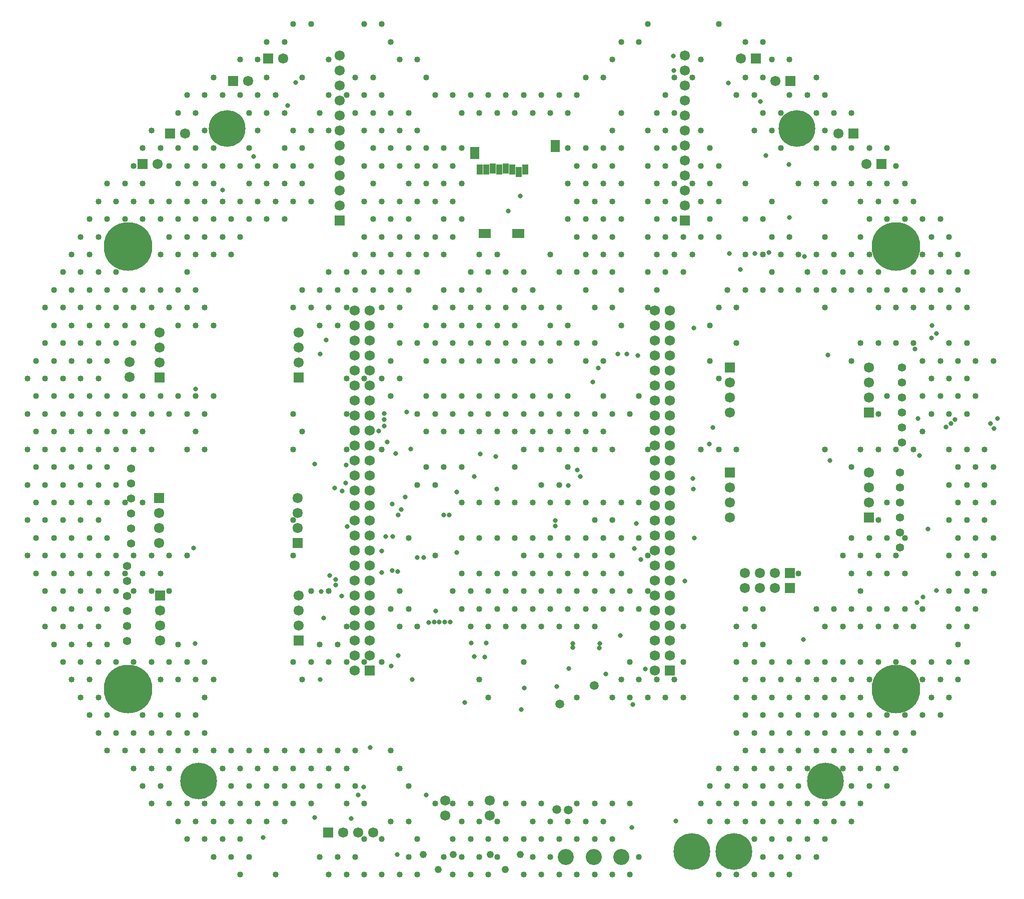
<source format=gbs>
G04*
G04 #@! TF.GenerationSoftware,Altium Limited,Altium Designer,20.1.11 (218)*
G04*
G04 Layer_Color=16711935*
%FSLAX25Y25*%
%MOIN*%
G70*
G04*
G04 #@! TF.SameCoordinates,DC62774E-AE12-477B-97F5-19A81F94617E*
G04*
G04*
G04 #@! TF.FilePolarity,Negative*
G04*
G01*
G75*
%ADD65C,0.06866*%
%ADD66R,0.06866X0.06866*%
%ADD67C,0.04803*%
%ADD68C,0.06772*%
%ADD69R,0.06772X0.06772*%
%ADD70R,0.06772X0.06772*%
%ADD71C,0.10709*%
%ADD72C,0.24488*%
%ADD73C,0.05591*%
%ADD74C,0.32362*%
%ADD75C,0.04016*%
%ADD76C,0.03228*%
%ADD77C,0.05866*%
%ADD98R,0.04016X0.06772*%
%ADD99R,0.06378X0.08346*%
%ADD100R,0.07953X0.06378*%
D65*
X95323Y104697D02*
D03*
X105323D02*
D03*
X95323Y94697D02*
D03*
X105323D02*
D03*
X95323Y84697D02*
D03*
X105323D02*
D03*
X95323Y74697D02*
D03*
X105323D02*
D03*
X95323Y64697D02*
D03*
X105323D02*
D03*
X95323Y54697D02*
D03*
X105323D02*
D03*
X95323Y44697D02*
D03*
X105323D02*
D03*
X95323Y34697D02*
D03*
X105323D02*
D03*
X95323Y24697D02*
D03*
X105323D02*
D03*
X95323Y14697D02*
D03*
X105323D02*
D03*
X95323Y4697D02*
D03*
X105323D02*
D03*
X95323Y-5303D02*
D03*
X105323D02*
D03*
X95323Y-15303D02*
D03*
X105323D02*
D03*
X95323Y-25303D02*
D03*
X105323D02*
D03*
X95323Y-35303D02*
D03*
X105323D02*
D03*
X95323Y-45303D02*
D03*
X105323D02*
D03*
X95323Y-55303D02*
D03*
X105323D02*
D03*
X95323Y-65303D02*
D03*
X105323D02*
D03*
X95323Y-75303D02*
D03*
X105323D02*
D03*
X95323Y-85303D02*
D03*
X105323D02*
D03*
X95323Y-95303D02*
D03*
X105323D02*
D03*
X95323Y-105303D02*
D03*
X105323D02*
D03*
X95323Y-115303D02*
D03*
X105323D02*
D03*
X95323Y-125303D02*
D03*
X105323D02*
D03*
X95323Y-135303D02*
D03*
X-104677Y104697D02*
D03*
X-94677D02*
D03*
X-104677Y94697D02*
D03*
X-94677D02*
D03*
X-104677Y84697D02*
D03*
X-94677D02*
D03*
X-104677Y74697D02*
D03*
X-94677D02*
D03*
X-104677Y64697D02*
D03*
X-94677D02*
D03*
X-104677Y54697D02*
D03*
X-94677D02*
D03*
X-104677Y44697D02*
D03*
X-94677D02*
D03*
X-104677Y34697D02*
D03*
X-94677D02*
D03*
X-104677Y24697D02*
D03*
X-94677D02*
D03*
X-104677Y14697D02*
D03*
X-94677D02*
D03*
X-104677Y4697D02*
D03*
X-94677D02*
D03*
X-104677Y-5303D02*
D03*
X-94677D02*
D03*
X-104677Y-15303D02*
D03*
X-94677D02*
D03*
X-104677Y-25303D02*
D03*
X-94677D02*
D03*
X-104677Y-35303D02*
D03*
X-94677D02*
D03*
X-104677Y-45303D02*
D03*
X-94677D02*
D03*
X-104677Y-55303D02*
D03*
X-94677D02*
D03*
X-104677Y-65303D02*
D03*
X-94677D02*
D03*
X-104677Y-75303D02*
D03*
X-94677D02*
D03*
X-104677Y-85303D02*
D03*
X-94677D02*
D03*
X-104677Y-95303D02*
D03*
X-94677D02*
D03*
X-104677Y-105303D02*
D03*
X-94677D02*
D03*
X-104677Y-115303D02*
D03*
X-94677D02*
D03*
X-104677Y-125303D02*
D03*
X-94677D02*
D03*
X-104677Y-135303D02*
D03*
D66*
X105323D02*
D03*
X-94677D02*
D03*
D67*
X-14429Y-257913D02*
D03*
X5571D02*
D03*
X-4429Y-267913D02*
D03*
X-59016Y-257913D02*
D03*
X-39016D02*
D03*
X-49016Y-267913D02*
D03*
D68*
X-92559Y-243307D02*
D03*
X-102559D02*
D03*
X-112559D02*
D03*
X-152480Y272764D02*
D03*
X217711Y222711D02*
D03*
X115323Y174697D02*
D03*
Y184697D02*
D03*
Y194697D02*
D03*
Y204697D02*
D03*
Y214697D02*
D03*
Y224697D02*
D03*
Y234697D02*
D03*
Y244697D02*
D03*
Y254697D02*
D03*
Y264697D02*
D03*
Y274697D02*
D03*
X155323Y-80303D02*
D03*
X165323D02*
D03*
X175323D02*
D03*
Y-70303D02*
D03*
X165323D02*
D03*
X155323D02*
D03*
X-234646Y90335D02*
D03*
Y80335D02*
D03*
Y70335D02*
D03*
X145323Y-13303D02*
D03*
Y-23303D02*
D03*
Y-33303D02*
D03*
X-44390Y-221772D02*
D03*
Y-231772D02*
D03*
X-114677Y174697D02*
D03*
Y184697D02*
D03*
Y194697D02*
D03*
Y204697D02*
D03*
Y214697D02*
D03*
Y224697D02*
D03*
Y234697D02*
D03*
Y244697D02*
D03*
Y254697D02*
D03*
Y264697D02*
D03*
Y274697D02*
D03*
X237823Y-23303D02*
D03*
Y-13303D02*
D03*
Y-3303D02*
D03*
X-235169Y-50047D02*
D03*
Y-40047D02*
D03*
Y-30047D02*
D03*
X-142669Y-20047D02*
D03*
Y-30047D02*
D03*
Y-40047D02*
D03*
X237823Y46697D02*
D03*
Y56697D02*
D03*
Y66697D02*
D03*
X145323Y56697D02*
D03*
Y46697D02*
D03*
Y36697D02*
D03*
X-234480Y-115224D02*
D03*
Y-105224D02*
D03*
Y-95224D02*
D03*
X-141980Y-85224D02*
D03*
Y-95224D02*
D03*
Y-105224D02*
D03*
X-254725Y70379D02*
D03*
Y60379D02*
D03*
X-14665Y-221772D02*
D03*
Y-231772D02*
D03*
X-142146Y90335D02*
D03*
Y80335D02*
D03*
Y70335D02*
D03*
X175654Y258001D02*
D03*
X-175654Y258001D02*
D03*
X152480Y272764D02*
D03*
X-217711Y222711D02*
D03*
X236274Y202453D02*
D03*
X-236274Y202453D02*
D03*
D69*
X-122559Y-243307D02*
D03*
X-162480Y272764D02*
D03*
X227711Y222711D02*
D03*
X185323Y-80303D02*
D03*
Y-70303D02*
D03*
X185654Y258001D02*
D03*
X-185654Y258001D02*
D03*
X162480Y272764D02*
D03*
X-227711Y222711D02*
D03*
X246274Y202453D02*
D03*
X-246274Y202453D02*
D03*
D70*
X115323Y164697D02*
D03*
X-234646Y60335D02*
D03*
X145323Y-3303D02*
D03*
X-114677Y164697D02*
D03*
X237823Y-33303D02*
D03*
X-235169Y-20047D02*
D03*
X-142669Y-50047D02*
D03*
X237823Y36697D02*
D03*
X145323Y66697D02*
D03*
X-234480Y-85224D02*
D03*
X-141980Y-115224D02*
D03*
X-142146Y60335D02*
D03*
D71*
X36024Y-259547D02*
D03*
X54528D02*
D03*
X73032D02*
D03*
D72*
X147953Y-255807D02*
D03*
X119764Y-255807D02*
D03*
X-189799Y226194D02*
D03*
X189799D02*
D03*
X208791Y-208791D02*
D03*
X-208791D02*
D03*
D73*
X-256299Y-115630D02*
D03*
Y-105630D02*
D03*
Y-95630D02*
D03*
Y-85630D02*
D03*
Y-75630D02*
D03*
Y-65630D02*
D03*
X259744Y16809D02*
D03*
Y26809D02*
D03*
Y36809D02*
D03*
Y46809D02*
D03*
Y56809D02*
D03*
Y66809D02*
D03*
X258563Y-53014D02*
D03*
Y-43014D02*
D03*
Y-33014D02*
D03*
Y-23014D02*
D03*
Y-13014D02*
D03*
Y-3014D02*
D03*
X-253839Y-50413D02*
D03*
Y-40413D02*
D03*
Y-30413D02*
D03*
Y-20413D02*
D03*
Y-10413D02*
D03*
Y-413D02*
D03*
D74*
X255716Y147638D02*
D03*
Y-147638D02*
D03*
X-255716Y-147638D02*
D03*
Y147638D02*
D03*
D75*
X291357Y12268D02*
D03*
Y-11355D02*
D03*
Y-34977D02*
D03*
Y-82221D02*
D03*
Y-58599D02*
D03*
Y-105843D02*
D03*
X308849Y71323D02*
D03*
X320838D02*
D03*
X314933Y12268D02*
D03*
X320838Y457D02*
D03*
X314933Y-11355D02*
D03*
X320838Y-23166D02*
D03*
X314933Y-34977D02*
D03*
X320838Y-46788D02*
D03*
X314933Y-58599D02*
D03*
X320838Y-70410D02*
D03*
X314933Y-82221D02*
D03*
X303122Y130378D02*
D03*
Y106756D02*
D03*
Y83134D02*
D03*
Y59512D02*
D03*
X309027Y47701D02*
D03*
X303122Y35890D02*
D03*
Y12268D02*
D03*
X309027Y457D02*
D03*
X303122Y-11355D02*
D03*
X309027Y-23166D02*
D03*
X303122Y-34977D02*
D03*
X309027Y-46788D02*
D03*
X303122Y-58599D02*
D03*
X309027Y-70410D02*
D03*
X303122Y-82221D02*
D03*
X309027Y-94032D02*
D03*
X303122Y-105843D02*
D03*
Y-129465D02*
D03*
X291311Y154000D02*
D03*
X297216Y142189D02*
D03*
X291311Y130378D02*
D03*
X297216Y118567D02*
D03*
X291311Y106756D02*
D03*
Y83134D02*
D03*
X297216Y71323D02*
D03*
X291311Y59512D02*
D03*
X297216Y47701D02*
D03*
X291311Y35890D02*
D03*
X297216Y457D02*
D03*
Y-23166D02*
D03*
Y-46788D02*
D03*
Y-70410D02*
D03*
Y-94032D02*
D03*
Y-117654D02*
D03*
X291311Y-129465D02*
D03*
X297216Y-141276D02*
D03*
X291311Y-153087D02*
D03*
X285405Y165811D02*
D03*
X279500Y154000D02*
D03*
X285405Y142189D02*
D03*
X279500Y130378D02*
D03*
X285405Y118567D02*
D03*
X279500Y106756D02*
D03*
X285405Y71323D02*
D03*
X279500Y59512D02*
D03*
X285405Y47701D02*
D03*
X279500Y35890D02*
D03*
Y-129465D02*
D03*
X285405Y-141276D02*
D03*
X279500Y-153087D02*
D03*
X285405Y-164898D02*
D03*
X267689Y177622D02*
D03*
X273594Y165811D02*
D03*
Y142189D02*
D03*
X267689Y130378D02*
D03*
X273594Y118567D02*
D03*
X267689Y106756D02*
D03*
Y83134D02*
D03*
X273594Y71323D02*
D03*
Y47701D02*
D03*
Y24079D02*
D03*
X267689Y12268D02*
D03*
X273594Y-94032D02*
D03*
X267689Y-105843D02*
D03*
Y-129465D02*
D03*
X273594Y-141276D02*
D03*
Y-164898D02*
D03*
X267689Y-176709D02*
D03*
X255878Y201244D02*
D03*
X261783Y189433D02*
D03*
X255878Y177622D02*
D03*
X261783Y165811D02*
D03*
Y118567D02*
D03*
X255878Y106756D02*
D03*
Y83134D02*
D03*
Y12268D02*
D03*
X261783Y-46788D02*
D03*
X255878Y-58599D02*
D03*
X261783Y-70410D02*
D03*
Y-94032D02*
D03*
X255878Y-105843D02*
D03*
Y-129465D02*
D03*
X261783Y-164898D02*
D03*
X255878Y-176709D02*
D03*
X261783Y-188520D02*
D03*
X255878Y-200331D02*
D03*
X249972Y213055D02*
D03*
Y189433D02*
D03*
X244067Y177622D02*
D03*
X249972Y165811D02*
D03*
X244067Y130378D02*
D03*
X249972Y118567D02*
D03*
X244067Y106756D02*
D03*
Y83134D02*
D03*
X249972Y47701D02*
D03*
X244067Y35890D02*
D03*
Y12268D02*
D03*
X249972Y-23166D02*
D03*
X244067Y-34977D02*
D03*
X249972Y-46788D02*
D03*
X244067Y-58599D02*
D03*
X249972Y-70410D02*
D03*
Y-94032D02*
D03*
X244067Y-105843D02*
D03*
Y-129465D02*
D03*
X249972Y-164898D02*
D03*
X244067Y-176709D02*
D03*
X249972Y-188520D02*
D03*
X244067Y-200331D02*
D03*
X249972Y-212142D02*
D03*
X238161Y213055D02*
D03*
Y189433D02*
D03*
X232256Y177622D02*
D03*
X238161Y165811D02*
D03*
X232256Y154000D02*
D03*
X238161Y142189D02*
D03*
X232256Y130378D02*
D03*
X238161Y118567D02*
D03*
X232256Y83134D02*
D03*
Y12268D02*
D03*
X238161Y-46788D02*
D03*
X232256Y-58599D02*
D03*
X238161Y-70410D02*
D03*
X232256Y-82221D02*
D03*
X238161Y-94032D02*
D03*
X232256Y-105843D02*
D03*
Y-129465D02*
D03*
X238161Y-141276D02*
D03*
X232256Y-153087D02*
D03*
X238161Y-164898D02*
D03*
X232256Y-176709D02*
D03*
X238161Y-188520D02*
D03*
X232256Y-200331D02*
D03*
X238161Y-212142D02*
D03*
X232256Y-223953D02*
D03*
X226350Y236677D02*
D03*
Y213055D02*
D03*
Y189433D02*
D03*
Y142189D02*
D03*
X220445Y130378D02*
D03*
X226350Y118567D02*
D03*
Y71323D02*
D03*
Y457D02*
D03*
Y-46788D02*
D03*
X220445Y-58599D02*
D03*
X226350Y-70410D02*
D03*
Y-94032D02*
D03*
X220445Y-105843D02*
D03*
Y-129465D02*
D03*
X226350Y-141276D02*
D03*
X220445Y-153087D02*
D03*
X226350Y-164898D02*
D03*
X220445Y-176709D02*
D03*
X226350Y-188520D02*
D03*
X220445Y-200331D02*
D03*
X226350Y-212142D02*
D03*
X220445Y-223953D02*
D03*
X226350Y-235764D02*
D03*
X208634Y248488D02*
D03*
X214539Y236677D02*
D03*
X208634Y224866D02*
D03*
X214539Y213055D02*
D03*
Y189433D02*
D03*
X208634Y177622D02*
D03*
Y154000D02*
D03*
X214539Y142189D02*
D03*
X208634Y130378D02*
D03*
X214539Y118567D02*
D03*
X208634Y106756D02*
D03*
Y12268D02*
D03*
X214539Y-94032D02*
D03*
X208634Y-105843D02*
D03*
Y-129465D02*
D03*
X214539Y-141276D02*
D03*
X208634Y-153087D02*
D03*
X214539Y-164898D02*
D03*
X208634Y-176709D02*
D03*
X214539Y-188520D02*
D03*
X208634Y-223953D02*
D03*
X214539Y-235764D02*
D03*
X208634Y-247575D02*
D03*
X202728Y260299D02*
D03*
X196823Y248488D02*
D03*
X202728Y236677D02*
D03*
Y213055D02*
D03*
Y189433D02*
D03*
Y142189D02*
D03*
X196823Y130378D02*
D03*
X202728Y118567D02*
D03*
Y-94032D02*
D03*
X196823Y-129465D02*
D03*
X202728Y-141276D02*
D03*
X196823Y-153087D02*
D03*
X202728Y-164898D02*
D03*
X196823Y-176709D02*
D03*
X202728Y-188520D02*
D03*
X196823Y-200331D02*
D03*
Y-223953D02*
D03*
X202728Y-235764D02*
D03*
X196823Y-247575D02*
D03*
X202728Y-259386D02*
D03*
X185012Y272110D02*
D03*
Y248488D02*
D03*
X190917Y189433D02*
D03*
X185012Y154000D02*
D03*
X190917Y142189D02*
D03*
Y118567D02*
D03*
Y-70410D02*
D03*
X185012Y-129465D02*
D03*
X190917Y-141276D02*
D03*
X185012Y-153087D02*
D03*
X190917Y-164898D02*
D03*
X185012Y-176709D02*
D03*
X190917Y-188520D02*
D03*
X185012Y-200331D02*
D03*
X190917Y-212142D02*
D03*
X185012Y-223953D02*
D03*
X190917Y-235764D02*
D03*
X185012Y-247575D02*
D03*
X190917Y-259386D02*
D03*
X185012Y-271197D02*
D03*
X173201Y272110D02*
D03*
X179106Y236677D02*
D03*
X173201Y224866D02*
D03*
X179106Y213055D02*
D03*
X173201Y177622D02*
D03*
Y154000D02*
D03*
X179106Y142189D02*
D03*
X173201Y130378D02*
D03*
X179106Y118567D02*
D03*
X173201Y-129465D02*
D03*
X179106Y-141276D02*
D03*
X173201Y-153087D02*
D03*
X179106Y-164898D02*
D03*
X173201Y-176709D02*
D03*
X179106Y-188520D02*
D03*
X173201Y-200331D02*
D03*
X179106Y-212142D02*
D03*
X173201Y-223953D02*
D03*
X179106Y-235764D02*
D03*
X173201Y-247575D02*
D03*
X179106Y-259386D02*
D03*
X173201Y-271197D02*
D03*
X167295Y283921D02*
D03*
Y260299D02*
D03*
X161390Y248488D02*
D03*
X167295Y236677D02*
D03*
X161390Y224866D02*
D03*
X167295Y165811D02*
D03*
Y142189D02*
D03*
Y118567D02*
D03*
Y-94032D02*
D03*
X161390Y-105843D02*
D03*
X167295Y-117654D02*
D03*
X161390Y-129465D02*
D03*
X167295Y-141276D02*
D03*
X161390Y-153087D02*
D03*
X167295Y-164898D02*
D03*
X161390Y-176709D02*
D03*
X167295Y-188520D02*
D03*
X161390Y-200331D02*
D03*
X167295Y-212142D02*
D03*
X161390Y-223953D02*
D03*
X167295Y-235764D02*
D03*
X161390Y-247575D02*
D03*
X167295Y-259386D02*
D03*
X161390Y-271197D02*
D03*
X155484Y283921D02*
D03*
Y260299D02*
D03*
X149578Y248488D02*
D03*
X155484Y189433D02*
D03*
Y165811D02*
D03*
Y142189D02*
D03*
Y118567D02*
D03*
X149578Y106756D02*
D03*
Y83134D02*
D03*
Y12268D02*
D03*
X155484Y-94032D02*
D03*
X149578Y-105843D02*
D03*
X155484Y-117654D02*
D03*
X149578Y-129465D02*
D03*
X155484Y-141276D02*
D03*
X149578Y-153087D02*
D03*
X155484Y-164898D02*
D03*
X149578Y-176709D02*
D03*
X155484Y-188520D02*
D03*
X149578Y-200331D02*
D03*
X155484Y-212142D02*
D03*
X149578Y-223953D02*
D03*
X155484Y-235764D02*
D03*
X149578Y-271197D02*
D03*
X137768Y295732D02*
D03*
Y201244D02*
D03*
Y177622D02*
D03*
Y154000D02*
D03*
X143673Y118567D02*
D03*
X137768Y106756D02*
D03*
Y59512D02*
D03*
Y12268D02*
D03*
Y-200331D02*
D03*
X143673Y-212142D02*
D03*
X137768Y-223953D02*
D03*
X143673Y-235764D02*
D03*
X137768Y-271197D02*
D03*
X125956Y272110D02*
D03*
Y224866D02*
D03*
X131862Y213055D02*
D03*
X125956Y201244D02*
D03*
X131862Y189433D02*
D03*
X125956Y177622D02*
D03*
X131862Y165811D02*
D03*
X125956Y154000D02*
D03*
X131862Y94945D02*
D03*
Y71323D02*
D03*
X125956Y12268D02*
D03*
X131862Y-212142D02*
D03*
X125956Y-223953D02*
D03*
X131862Y-235764D02*
D03*
X120051Y260299D02*
D03*
Y189433D02*
D03*
X114145Y154000D02*
D03*
X120051Y142189D02*
D03*
X114145Y130378D02*
D03*
Y-105843D02*
D03*
Y-129465D02*
D03*
Y-153087D02*
D03*
X108240Y260299D02*
D03*
X102334Y248488D02*
D03*
X108240Y236677D02*
D03*
X102334Y224866D02*
D03*
X108240Y213055D02*
D03*
X102334Y201244D02*
D03*
X108240Y189433D02*
D03*
X102334Y177622D02*
D03*
X108240Y165811D02*
D03*
X102334Y154000D02*
D03*
X108240Y142189D02*
D03*
X102334Y130378D02*
D03*
X108240Y-141276D02*
D03*
X102334Y-153087D02*
D03*
X90523Y295732D02*
D03*
X96429Y236677D02*
D03*
X90523Y224866D02*
D03*
X96429Y213055D02*
D03*
X90523Y201244D02*
D03*
X96429Y189433D02*
D03*
X90523Y177622D02*
D03*
X96429Y165811D02*
D03*
X90523Y154000D02*
D03*
X96429Y142189D02*
D03*
X90523Y130378D02*
D03*
X96429Y118567D02*
D03*
X90523Y106756D02*
D03*
Y12268D02*
D03*
Y-58599D02*
D03*
Y-82221D02*
D03*
X96429Y-141276D02*
D03*
X90523Y-153087D02*
D03*
X84618Y283921D02*
D03*
Y47701D02*
D03*
X78712Y35890D02*
D03*
X84618Y-23166D02*
D03*
Y-46788D02*
D03*
X78712Y-82221D02*
D03*
X84618Y-94032D02*
D03*
X78712Y-129465D02*
D03*
X84618Y-141276D02*
D03*
X78712Y-153087D02*
D03*
Y-223953D02*
D03*
X84618Y-259386D02*
D03*
X78712Y-271197D02*
D03*
X72807Y283921D02*
D03*
X66901Y272110D02*
D03*
X72807Y236677D02*
D03*
X66901Y224866D02*
D03*
X72807Y213055D02*
D03*
X66901Y201244D02*
D03*
X72807Y189433D02*
D03*
X66901Y177622D02*
D03*
X72807Y165811D02*
D03*
X66901Y154000D02*
D03*
X72807Y142189D02*
D03*
X66901Y130378D02*
D03*
X72807Y118567D02*
D03*
X66901Y106756D02*
D03*
X72807Y94945D02*
D03*
X66901Y35890D02*
D03*
Y12268D02*
D03*
X72807Y-23166D02*
D03*
X66901Y-34977D02*
D03*
X72807Y-46788D02*
D03*
X66901Y-58599D02*
D03*
X72807Y-70410D02*
D03*
X66901Y-82221D02*
D03*
X72807Y-94032D02*
D03*
Y-141276D02*
D03*
X66901Y-153087D02*
D03*
Y-223953D02*
D03*
Y-247575D02*
D03*
Y-271197D02*
D03*
X60996Y260299D02*
D03*
Y213055D02*
D03*
X55090Y201244D02*
D03*
X60996Y189433D02*
D03*
X55090Y177622D02*
D03*
X60996Y165811D02*
D03*
X55090Y154000D02*
D03*
X60996Y142189D02*
D03*
X55090Y130378D02*
D03*
Y106756D02*
D03*
Y83134D02*
D03*
X60996Y71323D02*
D03*
Y47701D02*
D03*
X55090Y35890D02*
D03*
X60996Y24079D02*
D03*
X55090Y12268D02*
D03*
X60996Y-23166D02*
D03*
X55090Y-34977D02*
D03*
X60996Y-46788D02*
D03*
X55090Y-58599D02*
D03*
X60996Y-70410D02*
D03*
X55090Y-82221D02*
D03*
X60996Y-94032D02*
D03*
X55090Y-105843D02*
D03*
Y-223953D02*
D03*
X60996Y-235764D02*
D03*
X55090Y-247575D02*
D03*
Y-271197D02*
D03*
X49185Y260299D02*
D03*
X43279Y248488D02*
D03*
X49185Y213055D02*
D03*
X43279Y201244D02*
D03*
X49185Y189433D02*
D03*
X43279Y177622D02*
D03*
X49185Y165811D02*
D03*
X43279Y154000D02*
D03*
X49185Y142189D02*
D03*
X43279Y130378D02*
D03*
X49185Y118567D02*
D03*
X43279Y83134D02*
D03*
X49185Y71323D02*
D03*
X43279Y35890D02*
D03*
X49185Y24079D02*
D03*
X43279Y12268D02*
D03*
X49185Y-23166D02*
D03*
Y-46788D02*
D03*
X43279Y-58599D02*
D03*
X49185Y-70410D02*
D03*
X43279Y-82221D02*
D03*
X49185Y-94032D02*
D03*
X43279Y-105843D02*
D03*
Y-153087D02*
D03*
Y-223953D02*
D03*
X49185Y-235764D02*
D03*
X43279Y-247575D02*
D03*
Y-271197D02*
D03*
X31468Y248488D02*
D03*
X37374Y236677D02*
D03*
Y213055D02*
D03*
Y189433D02*
D03*
Y165811D02*
D03*
X31468Y130378D02*
D03*
Y106756D02*
D03*
X37374Y94945D02*
D03*
X31468Y83134D02*
D03*
X37374Y47701D02*
D03*
X31468Y35890D02*
D03*
X37374Y24079D02*
D03*
X31468Y12268D02*
D03*
X37374Y457D02*
D03*
X31468Y-11355D02*
D03*
X37374Y-23166D02*
D03*
Y-46788D02*
D03*
X31468Y-58599D02*
D03*
X37374Y-70410D02*
D03*
X31468Y-82221D02*
D03*
X37374Y-94032D02*
D03*
X31468Y-105843D02*
D03*
X37374Y-235764D02*
D03*
X31468Y-247575D02*
D03*
Y-271197D02*
D03*
X19657Y248488D02*
D03*
X25563Y236677D02*
D03*
Y142189D02*
D03*
X19657Y106756D02*
D03*
X25563Y94945D02*
D03*
X19657Y83134D02*
D03*
X25563Y71323D02*
D03*
Y47701D02*
D03*
X19657Y35890D02*
D03*
X25563Y24079D02*
D03*
X19657Y12268D02*
D03*
Y-11355D02*
D03*
X25563Y-23166D02*
D03*
Y-46788D02*
D03*
X19657Y-58599D02*
D03*
X25563Y-70410D02*
D03*
X19657Y-82221D02*
D03*
X25563Y-94032D02*
D03*
X19657Y-105843D02*
D03*
Y-223953D02*
D03*
X25563Y-235764D02*
D03*
X19657Y-247575D02*
D03*
X25563Y-259386D02*
D03*
X19657Y-271197D02*
D03*
X7846Y248488D02*
D03*
X13752Y236677D02*
D03*
X7846Y130378D02*
D03*
X13752Y118567D02*
D03*
X7846Y106756D02*
D03*
Y83134D02*
D03*
X13752Y71323D02*
D03*
Y47701D02*
D03*
X7846Y35890D02*
D03*
X13752Y24079D02*
D03*
X7846Y12268D02*
D03*
X13752Y-23166D02*
D03*
Y-46788D02*
D03*
X7846Y-58599D02*
D03*
X13752Y-70410D02*
D03*
X7846Y-82221D02*
D03*
X13752Y-94032D02*
D03*
X7846Y-105843D02*
D03*
Y-129465D02*
D03*
Y-223953D02*
D03*
X13752Y-235764D02*
D03*
X7846Y-247575D02*
D03*
X13752Y-259386D02*
D03*
X7846Y-271197D02*
D03*
X-3965Y248488D02*
D03*
X1941Y236677D02*
D03*
X-3965Y130378D02*
D03*
X1941Y118567D02*
D03*
X-3965Y106756D02*
D03*
X1941Y94945D02*
D03*
X-3965Y83134D02*
D03*
X1941Y71323D02*
D03*
Y47701D02*
D03*
X-3965Y35890D02*
D03*
X1941Y24079D02*
D03*
Y457D02*
D03*
Y-23166D02*
D03*
Y-46788D02*
D03*
Y-70410D02*
D03*
X-3965Y-82221D02*
D03*
X1941Y-94032D02*
D03*
X-3965Y-105843D02*
D03*
Y-223953D02*
D03*
Y-247575D02*
D03*
X-15776Y248488D02*
D03*
X-9870Y236677D02*
D03*
Y142189D02*
D03*
X-15776Y130378D02*
D03*
Y106756D02*
D03*
X-9870Y94945D02*
D03*
X-15776Y83134D02*
D03*
X-9870Y71323D02*
D03*
Y47701D02*
D03*
X-15776Y35890D02*
D03*
X-9870Y24079D02*
D03*
Y-23166D02*
D03*
Y-46788D02*
D03*
Y-70410D02*
D03*
X-15776Y-82221D02*
D03*
X-9870Y-94032D02*
D03*
X-15776Y-105843D02*
D03*
Y-153087D02*
D03*
X-9870Y-235764D02*
D03*
X-15776Y-247575D02*
D03*
X-9870Y-259386D02*
D03*
X-15776Y-271197D02*
D03*
X-27587Y248488D02*
D03*
X-21681Y236677D02*
D03*
Y142189D02*
D03*
X-27587Y130378D02*
D03*
X-21681Y118567D02*
D03*
X-27587Y106756D02*
D03*
X-21681Y94945D02*
D03*
X-27587Y83134D02*
D03*
X-21681Y71323D02*
D03*
Y47701D02*
D03*
X-27587Y35890D02*
D03*
X-21681Y24079D02*
D03*
Y-23166D02*
D03*
Y-46788D02*
D03*
Y-70410D02*
D03*
X-27587Y-82221D02*
D03*
X-21681Y-94032D02*
D03*
X-27587Y-105843D02*
D03*
X-21681Y-141276D02*
D03*
X-27587Y-223953D02*
D03*
X-21681Y-235764D02*
D03*
X-27587Y-247575D02*
D03*
X-21681Y-259386D02*
D03*
X-27587Y-271197D02*
D03*
X-39398Y248488D02*
D03*
X-33492Y236677D02*
D03*
Y213055D02*
D03*
X-39398Y201244D02*
D03*
X-33492Y189433D02*
D03*
X-39398Y177622D02*
D03*
X-33492Y165811D02*
D03*
X-39398Y154000D02*
D03*
X-33492Y118567D02*
D03*
X-39398Y106756D02*
D03*
X-33492Y94945D02*
D03*
X-39398Y83134D02*
D03*
X-33492Y71323D02*
D03*
Y47701D02*
D03*
X-39398Y35890D02*
D03*
X-33492Y24079D02*
D03*
Y457D02*
D03*
Y-23166D02*
D03*
Y-46788D02*
D03*
Y-70410D02*
D03*
X-39398Y-82221D02*
D03*
X-33492Y-94032D02*
D03*
X-39398Y-223953D02*
D03*
X-33492Y-235764D02*
D03*
X-39398Y-247575D02*
D03*
X-33492Y-259386D02*
D03*
X-39398Y-271197D02*
D03*
X-51209Y248488D02*
D03*
X-45303Y213055D02*
D03*
X-51209Y201244D02*
D03*
X-45303Y189433D02*
D03*
X-51209Y177622D02*
D03*
X-45303Y165811D02*
D03*
X-51209Y154000D02*
D03*
X-45303Y142189D02*
D03*
Y118567D02*
D03*
X-51209Y106756D02*
D03*
X-45303Y94945D02*
D03*
X-51209Y83134D02*
D03*
X-45303Y71323D02*
D03*
Y47701D02*
D03*
X-51209Y35890D02*
D03*
X-45303Y24079D02*
D03*
Y457D02*
D03*
X-51209Y-11355D02*
D03*
Y-58599D02*
D03*
Y-223953D02*
D03*
X-45303Y-259386D02*
D03*
X-63020Y272110D02*
D03*
X-57114Y260299D02*
D03*
X-63020Y224866D02*
D03*
X-57114Y213055D02*
D03*
X-63020Y201244D02*
D03*
X-57114Y189433D02*
D03*
X-63020Y177622D02*
D03*
Y154000D02*
D03*
X-57114Y142189D02*
D03*
X-63020Y130378D02*
D03*
X-57114Y94945D02*
D03*
X-63020Y83134D02*
D03*
X-57114Y71323D02*
D03*
Y47701D02*
D03*
X-63020Y35890D02*
D03*
X-57114Y24079D02*
D03*
Y457D02*
D03*
X-63020Y-11355D02*
D03*
Y-105843D02*
D03*
Y-247575D02*
D03*
Y-271197D02*
D03*
X-74831Y272110D02*
D03*
X-68925Y236677D02*
D03*
X-74831Y224866D02*
D03*
X-68925Y213055D02*
D03*
X-74831Y201244D02*
D03*
X-68925Y189433D02*
D03*
X-74831Y177622D02*
D03*
X-68925Y165811D02*
D03*
X-74831Y154000D02*
D03*
X-68925Y142189D02*
D03*
X-74831Y130378D02*
D03*
X-68925Y118567D02*
D03*
X-74831Y106756D02*
D03*
Y83134D02*
D03*
Y59512D02*
D03*
X-68925Y-46788D02*
D03*
X-74831Y-82221D02*
D03*
X-68925Y-94032D02*
D03*
X-74831Y-105843D02*
D03*
Y-200331D02*
D03*
X-68925Y-212142D02*
D03*
Y-235764D02*
D03*
Y-259386D02*
D03*
X-74831Y-271197D02*
D03*
X-86642Y295732D02*
D03*
X-80736Y283921D02*
D03*
X-86642Y248488D02*
D03*
X-80736Y236677D02*
D03*
X-86642Y224866D02*
D03*
X-80736Y213055D02*
D03*
X-86642Y201244D02*
D03*
Y177622D02*
D03*
X-80736Y165811D02*
D03*
X-86642Y154000D02*
D03*
X-80736Y142189D02*
D03*
X-86642Y130378D02*
D03*
X-80736Y118567D02*
D03*
X-86642Y106756D02*
D03*
X-80736Y94945D02*
D03*
Y71323D02*
D03*
X-86642Y59512D02*
D03*
X-80736Y47701D02*
D03*
X-86642Y12268D02*
D03*
X-80736Y-94032D02*
D03*
X-86642Y-129465D02*
D03*
X-80736Y-188520D02*
D03*
Y-235764D02*
D03*
X-86642Y-247575D02*
D03*
Y-271197D02*
D03*
X-98453Y295732D02*
D03*
X-92547Y260299D02*
D03*
X-98453Y248488D02*
D03*
X-92547Y236677D02*
D03*
X-98453Y224866D02*
D03*
X-92547Y213055D02*
D03*
X-98453Y201244D02*
D03*
X-92547Y189433D02*
D03*
X-98453Y177622D02*
D03*
X-92547Y165811D02*
D03*
X-98453Y154000D02*
D03*
X-92547Y142189D02*
D03*
X-98453Y130378D02*
D03*
X-92547Y118567D02*
D03*
X-98453Y59512D02*
D03*
Y-129465D02*
D03*
Y-223953D02*
D03*
Y-247575D02*
D03*
Y-271197D02*
D03*
X-104358Y260299D02*
D03*
X-110264Y248488D02*
D03*
X-104358Y236677D02*
D03*
Y142189D02*
D03*
X-110264Y130378D02*
D03*
X-104358Y118567D02*
D03*
X-110264Y106756D02*
D03*
Y59512D02*
D03*
Y35890D02*
D03*
Y12268D02*
D03*
Y-105843D02*
D03*
Y-129465D02*
D03*
X-104358Y-188520D02*
D03*
X-110264Y-200331D02*
D03*
X-104358Y-212142D02*
D03*
X-110264Y-223953D02*
D03*
X-104358Y-259386D02*
D03*
X-110264Y-271197D02*
D03*
X-122075Y272110D02*
D03*
Y248488D02*
D03*
Y224866D02*
D03*
Y130378D02*
D03*
X-116170Y118567D02*
D03*
X-122075Y106756D02*
D03*
X-116170Y94945D02*
D03*
X-122075Y-82221D02*
D03*
X-116170Y-117654D02*
D03*
X-122075Y-129465D02*
D03*
X-116170Y-188520D02*
D03*
X-122075Y-200331D02*
D03*
X-116170Y-212142D02*
D03*
Y-259386D02*
D03*
X-122075Y-271197D02*
D03*
X-133886Y295732D02*
D03*
X-127980Y236677D02*
D03*
X-133886Y224866D02*
D03*
Y201244D02*
D03*
Y177622D02*
D03*
X-127980Y118567D02*
D03*
X-133886Y106756D02*
D03*
X-127980Y94945D02*
D03*
X-133886Y-82221D02*
D03*
X-127980Y-117654D02*
D03*
X-133886Y-129465D02*
D03*
X-127980Y-188520D02*
D03*
X-133886Y-200331D02*
D03*
X-127980Y-212142D02*
D03*
X-133886Y-223953D02*
D03*
X-127980Y-259386D02*
D03*
X-145697Y295732D02*
D03*
X-139792Y260299D02*
D03*
X-145697Y224866D02*
D03*
X-139792Y213055D02*
D03*
X-145697Y201244D02*
D03*
X-139792Y189433D02*
D03*
X-145697Y177622D02*
D03*
X-139792Y118567D02*
D03*
X-145697Y106756D02*
D03*
Y35890D02*
D03*
X-139792Y24079D02*
D03*
X-145697Y12268D02*
D03*
Y-34977D02*
D03*
Y-58599D02*
D03*
Y-129465D02*
D03*
X-139792Y-141276D02*
D03*
Y-188520D02*
D03*
X-145697Y-200331D02*
D03*
X-139792Y-212142D02*
D03*
X-145697Y-223953D02*
D03*
X-151602Y283921D02*
D03*
X-157508Y248488D02*
D03*
X-151602Y236677D02*
D03*
Y213055D02*
D03*
X-157508Y201244D02*
D03*
X-151602Y189433D02*
D03*
X-157508Y177622D02*
D03*
X-151602Y165811D02*
D03*
Y-188520D02*
D03*
X-157508Y-200331D02*
D03*
X-151602Y-212142D02*
D03*
X-157508Y-223953D02*
D03*
X-151602Y-235764D02*
D03*
X-157508Y-271197D02*
D03*
X-163414Y283921D02*
D03*
X-169319Y272110D02*
D03*
X-163414Y260299D02*
D03*
X-169319Y248488D02*
D03*
X-163414Y236677D02*
D03*
X-169319Y224866D02*
D03*
Y201244D02*
D03*
X-163414Y189433D02*
D03*
X-169319Y177622D02*
D03*
X-163414Y165811D02*
D03*
Y-188520D02*
D03*
X-169319Y-200331D02*
D03*
X-163414Y-212142D02*
D03*
X-169319Y-223953D02*
D03*
X-163414Y-235764D02*
D03*
X-181130Y272110D02*
D03*
Y248488D02*
D03*
X-175225Y236677D02*
D03*
Y213055D02*
D03*
X-181130Y201244D02*
D03*
X-175225Y189433D02*
D03*
X-181130Y177622D02*
D03*
X-175225Y165811D02*
D03*
X-181130Y154000D02*
D03*
X-175225Y-188520D02*
D03*
X-181130Y-200331D02*
D03*
X-175225Y-212142D02*
D03*
X-181130Y-223953D02*
D03*
X-175225Y-235764D02*
D03*
X-181130Y-247575D02*
D03*
X-175225Y-259386D02*
D03*
X-181130Y-271197D02*
D03*
X-192941Y248488D02*
D03*
Y201244D02*
D03*
Y177622D02*
D03*
X-187036Y165811D02*
D03*
X-192941Y154000D02*
D03*
X-187036Y142189D02*
D03*
Y-188520D02*
D03*
X-192941Y-200331D02*
D03*
X-187036Y-212142D02*
D03*
X-192941Y-223953D02*
D03*
X-187036Y-235764D02*
D03*
X-192941Y-247575D02*
D03*
X-187036Y-259386D02*
D03*
X-198847Y260299D02*
D03*
X-204752Y248488D02*
D03*
Y224866D02*
D03*
X-198847Y213055D02*
D03*
X-204752Y201244D02*
D03*
X-198847Y189433D02*
D03*
X-204752Y177622D02*
D03*
X-198847Y165811D02*
D03*
X-204752Y154000D02*
D03*
X-198847Y142189D02*
D03*
X-204752Y106756D02*
D03*
X-198847Y94945D02*
D03*
Y47701D02*
D03*
X-204752Y35890D02*
D03*
Y12268D02*
D03*
Y-129465D02*
D03*
X-198847Y-141276D02*
D03*
X-204752Y-153087D02*
D03*
Y-176709D02*
D03*
X-198847Y-188520D02*
D03*
X-204752Y-223953D02*
D03*
X-198847Y-235764D02*
D03*
X-204752Y-247575D02*
D03*
X-198847Y-259386D02*
D03*
X-216563Y248488D02*
D03*
X-210658Y236677D02*
D03*
Y213055D02*
D03*
X-216563Y201244D02*
D03*
X-210658Y189433D02*
D03*
X-216563Y177622D02*
D03*
X-210658Y165811D02*
D03*
X-216563Y154000D02*
D03*
X-210658Y142189D02*
D03*
X-216563Y130378D02*
D03*
X-210658Y118567D02*
D03*
X-216563Y106756D02*
D03*
X-210658Y94945D02*
D03*
Y47701D02*
D03*
X-216563Y35890D02*
D03*
X-210658Y24079D02*
D03*
X-216563Y12268D02*
D03*
Y-58599D02*
D03*
Y-129465D02*
D03*
X-210658Y-141276D02*
D03*
Y-164898D02*
D03*
X-216563Y-176709D02*
D03*
X-210658Y-188520D02*
D03*
X-216563Y-223953D02*
D03*
X-210658Y-235764D02*
D03*
X-216563Y-247575D02*
D03*
X-222469Y236677D02*
D03*
Y213055D02*
D03*
X-228374Y201244D02*
D03*
X-222469Y189433D02*
D03*
X-228374Y177622D02*
D03*
X-222469Y165811D02*
D03*
X-228374Y154000D02*
D03*
X-222469Y142189D02*
D03*
Y118567D02*
D03*
X-228374Y106756D02*
D03*
X-222469Y94945D02*
D03*
Y47701D02*
D03*
X-228374Y35890D02*
D03*
Y-58599D02*
D03*
Y-82221D02*
D03*
X-222469Y-117654D02*
D03*
X-228374Y-129465D02*
D03*
X-222469Y-141276D02*
D03*
Y-164898D02*
D03*
X-228374Y-176709D02*
D03*
X-222469Y-188520D02*
D03*
X-228374Y-200331D02*
D03*
Y-223953D02*
D03*
X-222469Y-235764D02*
D03*
X-240185Y224866D02*
D03*
X-234280Y213055D02*
D03*
X-240185Y177622D02*
D03*
X-234280Y165811D02*
D03*
Y142189D02*
D03*
Y118567D02*
D03*
X-240185Y106756D02*
D03*
X-234280Y47701D02*
D03*
X-240185Y35890D02*
D03*
Y12268D02*
D03*
Y-58599D02*
D03*
X-234280Y-70410D02*
D03*
X-240185Y-82221D02*
D03*
Y-129465D02*
D03*
X-234280Y-141276D02*
D03*
Y-164898D02*
D03*
X-240185Y-176709D02*
D03*
X-234280Y-188520D02*
D03*
X-240185Y-200331D02*
D03*
X-234280Y-212142D02*
D03*
X-240185Y-223953D02*
D03*
X-246091Y213055D02*
D03*
X-251996Y201244D02*
D03*
X-246091Y189433D02*
D03*
X-251996Y177622D02*
D03*
X-246091Y165811D02*
D03*
Y118567D02*
D03*
X-251996Y106756D02*
D03*
X-246091Y94945D02*
D03*
X-251996Y83134D02*
D03*
X-246091Y47701D02*
D03*
X-251996Y35890D02*
D03*
X-246091Y24079D02*
D03*
X-251996Y12268D02*
D03*
X-246091Y-23166D02*
D03*
X-251996Y-58599D02*
D03*
X-246091Y-70410D02*
D03*
X-251996Y-82221D02*
D03*
Y-129465D02*
D03*
X-246091Y-164898D02*
D03*
X-251996Y-176709D02*
D03*
X-246091Y-188520D02*
D03*
X-251996Y-200331D02*
D03*
X-246091Y-212142D02*
D03*
X-257902Y189433D02*
D03*
X-263807Y177622D02*
D03*
X-257902Y165811D02*
D03*
X-263807Y130378D02*
D03*
X-257902Y118567D02*
D03*
X-263807Y106756D02*
D03*
X-257902Y94945D02*
D03*
X-263807Y83134D02*
D03*
X-257902Y47701D02*
D03*
X-263807Y35890D02*
D03*
X-257902Y24079D02*
D03*
X-263807Y12268D02*
D03*
Y-11355D02*
D03*
X-257902Y-23166D02*
D03*
X-263807Y-58599D02*
D03*
X-257902Y-70410D02*
D03*
X-263807Y-82221D02*
D03*
Y-129465D02*
D03*
Y-176709D02*
D03*
X-257902Y-188520D02*
D03*
X-269713Y189433D02*
D03*
X-275618Y177622D02*
D03*
X-269713Y165811D02*
D03*
X-275618Y154000D02*
D03*
Y130378D02*
D03*
X-269713Y118567D02*
D03*
X-275618Y106756D02*
D03*
X-269713Y94945D02*
D03*
X-275618Y83134D02*
D03*
X-269713Y71323D02*
D03*
X-275618Y59512D02*
D03*
X-269713Y47701D02*
D03*
X-275618Y35890D02*
D03*
X-269713Y24079D02*
D03*
X-275618Y12268D02*
D03*
X-269713Y457D02*
D03*
X-275618Y-11355D02*
D03*
X-269713Y-23166D02*
D03*
X-275618Y-34977D02*
D03*
X-269713Y-46788D02*
D03*
X-275618Y-58599D02*
D03*
X-269713Y-70410D02*
D03*
X-275618Y-82221D02*
D03*
X-269713Y-94032D02*
D03*
X-275618Y-105843D02*
D03*
X-269713Y-117654D02*
D03*
X-275618Y-129465D02*
D03*
Y-153087D02*
D03*
X-269713Y-164898D02*
D03*
X-275618Y-176709D02*
D03*
X-269713Y-188520D02*
D03*
X-281524Y165811D02*
D03*
X-287429Y154000D02*
D03*
X-281524Y142189D02*
D03*
X-287429Y130378D02*
D03*
X-281524Y118567D02*
D03*
X-287429Y106756D02*
D03*
X-281524Y94945D02*
D03*
X-287429Y83134D02*
D03*
X-281524Y71323D02*
D03*
X-287429Y59512D02*
D03*
X-281524Y47701D02*
D03*
X-287429Y35890D02*
D03*
X-281524Y24079D02*
D03*
X-287429Y12268D02*
D03*
X-281524Y457D02*
D03*
X-287429Y-11355D02*
D03*
X-281524Y-23166D02*
D03*
X-287429Y-34977D02*
D03*
X-281524Y-46788D02*
D03*
X-287429Y-58599D02*
D03*
X-281524Y-70410D02*
D03*
X-287429Y-82221D02*
D03*
X-281524Y-94032D02*
D03*
X-287429Y-105843D02*
D03*
X-281524Y-117654D02*
D03*
X-287429Y-129465D02*
D03*
X-281524Y-141276D02*
D03*
X-287429Y-153087D02*
D03*
X-281524Y-164898D02*
D03*
X-293335Y142189D02*
D03*
X-299240Y130378D02*
D03*
X-293335Y118567D02*
D03*
X-299240Y106756D02*
D03*
X-293335Y94945D02*
D03*
X-299240Y83134D02*
D03*
X-293335Y71323D02*
D03*
X-299240Y59512D02*
D03*
X-293335Y47701D02*
D03*
X-299240Y35890D02*
D03*
X-293335Y24079D02*
D03*
X-299240Y12268D02*
D03*
X-293335Y457D02*
D03*
X-299240Y-11355D02*
D03*
X-293335Y-23166D02*
D03*
X-299240Y-34977D02*
D03*
X-293335Y-46788D02*
D03*
X-299240Y-58599D02*
D03*
X-293335Y-70410D02*
D03*
X-299240Y-82221D02*
D03*
X-293335Y-94032D02*
D03*
X-299240Y-105843D02*
D03*
X-293335Y-117654D02*
D03*
X-299240Y-129465D02*
D03*
X-293335Y-141276D02*
D03*
X-305146Y118567D02*
D03*
X-311051Y106756D02*
D03*
X-305146Y94945D02*
D03*
X-311051Y83134D02*
D03*
X-305146Y71323D02*
D03*
X-311051Y59512D02*
D03*
X-305146Y47701D02*
D03*
X-311051Y35890D02*
D03*
X-305146Y24079D02*
D03*
X-311051Y12268D02*
D03*
X-305146Y457D02*
D03*
X-311051Y-11355D02*
D03*
X-305146Y-23166D02*
D03*
X-311051Y-34977D02*
D03*
X-305146Y-46788D02*
D03*
X-311051Y-58599D02*
D03*
X-305146Y-70410D02*
D03*
X-311051Y-82221D02*
D03*
X-305146Y-94032D02*
D03*
X-311051Y-105843D02*
D03*
X-305146Y-117654D02*
D03*
X-316957Y71323D02*
D03*
X-322862Y59512D02*
D03*
X-316957Y47701D02*
D03*
X-322862Y35890D02*
D03*
X-316957Y24079D02*
D03*
X-322862Y12268D02*
D03*
X-316957Y457D02*
D03*
X-322862Y-11355D02*
D03*
X-316957Y-23166D02*
D03*
X-322862Y-34977D02*
D03*
X-316957Y-46788D02*
D03*
X-322862Y-58599D02*
D03*
X-316957Y-70410D02*
D03*
D76*
X282794Y89411D02*
D03*
X-76042Y-69303D02*
D03*
X-85197Y27911D02*
D03*
X57579Y66437D02*
D03*
X-94488Y-186614D02*
D03*
X80512Y-157972D02*
D03*
X6299Y-161024D02*
D03*
X53740Y57185D02*
D03*
X-85126Y36167D02*
D03*
X-70276Y37213D02*
D03*
X-67618Y12402D02*
D03*
X-2362Y171063D02*
D03*
X-76386Y-257768D02*
D03*
X-57284Y-218307D02*
D03*
X5709Y181299D02*
D03*
X-88878Y24409D02*
D03*
X76575Y75787D02*
D03*
X83858Y74803D02*
D03*
X70669Y75787D02*
D03*
X109153Y-235630D02*
D03*
X79823Y-239665D02*
D03*
X-10728Y7492D02*
D03*
X-58760Y-59842D02*
D03*
X-62992D02*
D03*
X-25197Y-5945D02*
D03*
X-10073Y-14139D02*
D03*
X-20965Y9055D02*
D03*
X-75886Y-125303D02*
D03*
X-102559Y-218209D02*
D03*
X-165847Y-246555D02*
D03*
X-131502Y-233082D02*
D03*
X-106988Y-233957D02*
D03*
X-50787Y-95571D02*
D03*
X-31596Y-156602D02*
D03*
X-125394Y-100000D02*
D03*
X-127067Y-82579D02*
D03*
X-211127Y-117069D02*
D03*
X-212234Y-53319D02*
D03*
X194323Y-114370D02*
D03*
X152067Y132087D02*
D03*
X144980Y142913D02*
D03*
X171358Y143405D02*
D03*
X184843Y166831D02*
D03*
X184646Y202260D02*
D03*
X169193Y208071D02*
D03*
X165551Y244240D02*
D03*
X144095Y256594D02*
D03*
X-143996Y256890D02*
D03*
X-149606Y241535D02*
D03*
X-192913Y185039D02*
D03*
X-172146Y207382D02*
D03*
X107571Y274410D02*
D03*
X107776Y264862D02*
D03*
X-210630Y52490D02*
D03*
X210433Y75254D02*
D03*
X211713Y4880D02*
D03*
X-44786Y-102817D02*
D03*
X-45571Y-31439D02*
D03*
X-75689Y-31538D02*
D03*
X-48329Y-102817D02*
D03*
X268701Y79191D02*
D03*
X271555Y8325D02*
D03*
X-85197Y32242D02*
D03*
X37598Y-11656D02*
D03*
X323441Y33016D02*
D03*
X279527Y86474D02*
D03*
X318898Y29683D02*
D03*
X-109941Y-39313D02*
D03*
X-113386Y-85475D02*
D03*
X-113091Y-15494D02*
D03*
X-110925Y-9982D02*
D03*
X279724Y94742D02*
D03*
X289272Y27025D02*
D03*
X292421Y29388D02*
D03*
X295079Y32045D02*
D03*
X270571Y32833D02*
D03*
X-127709Y-141282D02*
D03*
X-66536D02*
D03*
X-80512Y-132030D02*
D03*
X88878Y-134097D02*
D03*
X62500Y-137640D02*
D03*
X72047Y-111951D02*
D03*
X40453Y-117069D02*
D03*
X58563Y-117167D02*
D03*
X58366Y-120219D02*
D03*
X194882Y140707D02*
D03*
X321358Y26337D02*
D03*
X-71063Y-19316D02*
D03*
X-86811Y-55356D02*
D03*
X-86713Y-69727D02*
D03*
X-73622Y-27896D02*
D03*
X-110532Y1730D02*
D03*
X-131595Y2518D02*
D03*
X28839Y-38821D02*
D03*
X28802Y-34999D02*
D03*
X45571Y-5707D02*
D03*
X-36713Y-16085D02*
D03*
X-36909Y-56537D02*
D03*
X-41634Y-31341D02*
D03*
X-77461Y9407D02*
D03*
X-79776Y-24254D02*
D03*
X-55416Y-103014D02*
D03*
X-51873Y-102817D02*
D03*
X-41242Y-102719D02*
D03*
X121161Y93167D02*
D03*
X282972Y-81931D02*
D03*
X-79728Y-68545D02*
D03*
X-79429Y-45809D02*
D03*
X-84055D02*
D03*
X-98721Y-212935D02*
D03*
X85827Y-61164D02*
D03*
X-82973Y17183D02*
D03*
X40453Y-119727D02*
D03*
X273720Y-86262D02*
D03*
X121653Y-46793D02*
D03*
X115256Y-75632D02*
D03*
X162008Y142872D02*
D03*
X277114Y-40677D02*
D03*
X269947Y-89801D02*
D03*
X43551Y-1602D02*
D03*
X120815Y-14102D02*
D03*
X120421Y-7213D02*
D03*
X131642Y15721D02*
D03*
X133905Y26744D02*
D03*
X-127709Y75957D02*
D03*
X-123673Y85110D02*
D03*
X-117965Y-13512D02*
D03*
X81642Y-53866D02*
D03*
X83020Y-37134D02*
D03*
X-117571Y-74446D02*
D03*
X-117571Y-78079D02*
D03*
X-121606Y-71681D02*
D03*
X29823Y-145803D02*
D03*
X8323Y-146803D02*
D03*
X-18177Y-126303D02*
D03*
X-25177Y-125803D02*
D03*
X-17177Y-116803D02*
D03*
X-27177D02*
D03*
X37823Y-133803D02*
D03*
D77*
X37402Y-228064D02*
D03*
X29921Y-227797D02*
D03*
X31791Y-157409D02*
D03*
X54823Y-145303D02*
D03*
D98*
X8858Y198819D02*
D03*
X-21457D02*
D03*
X-17126D02*
D03*
X-12795Y199606D02*
D03*
X-8465Y198819D02*
D03*
X-4134Y199606D02*
D03*
X197Y198819D02*
D03*
X4528Y197244D02*
D03*
D99*
X28937Y214488D02*
D03*
X-24921Y210000D02*
D03*
D100*
X-18189Y156142D02*
D03*
X4252D02*
D03*
M02*

</source>
